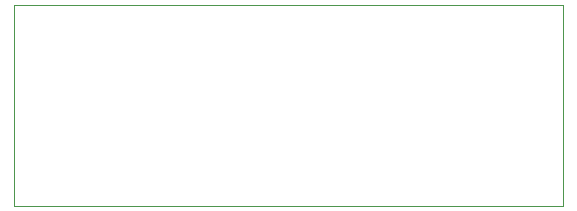
<source format=gbr>
%TF.GenerationSoftware,KiCad,Pcbnew,9.0.2*%
%TF.CreationDate,2025-06-05T16:57:29+05:30*%
%TF.ProjectId,Halfwave Rectifier,48616c66-7761-4766-9520-526563746966,rev?*%
%TF.SameCoordinates,Original*%
%TF.FileFunction,Profile,NP*%
%FSLAX46Y46*%
G04 Gerber Fmt 4.6, Leading zero omitted, Abs format (unit mm)*
G04 Created by KiCad (PCBNEW 9.0.2) date 2025-06-05 16:57:29*
%MOMM*%
%LPD*%
G01*
G04 APERTURE LIST*
%TA.AperFunction,Profile*%
%ADD10C,0.050000*%
%TD*%
G04 APERTURE END LIST*
D10*
X185250000Y-143000000D02*
X231750000Y-143000000D01*
X231750000Y-160000000D01*
X185250000Y-160000000D01*
X185250000Y-143000000D01*
M02*

</source>
